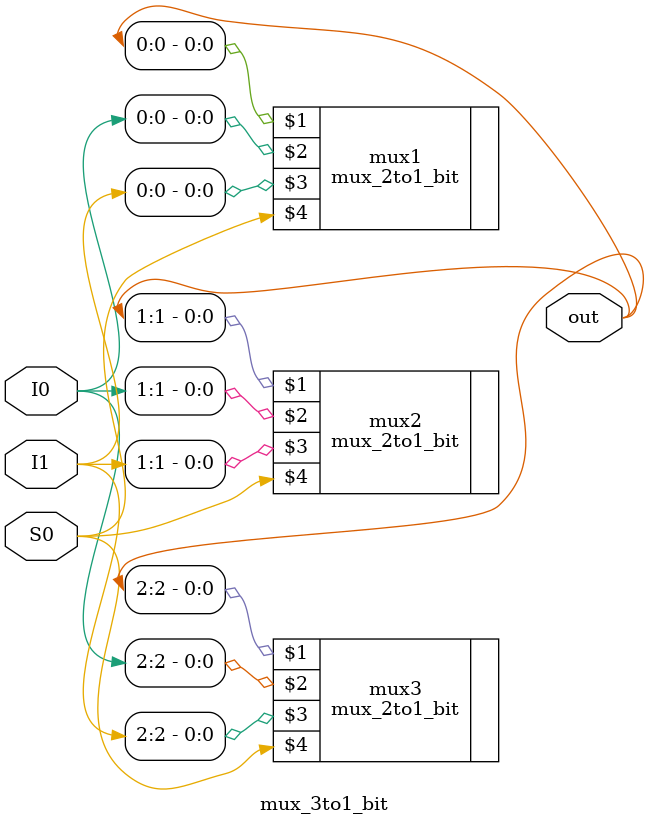
<source format=v>
module mux_3to1_bit( out, I0, I1, S0);

input S0;
input[2:0] I0 , I1;
output [2:0] out;

mux_2to1_bit mux1(out[0],I0[0],I1[0],S0);
mux_2to1_bit mux2(out[1],I0[1],I1[1],S0);
mux_2to1_bit mux3(out[2],I0[2],I1[2],S0);

endmodule

</source>
